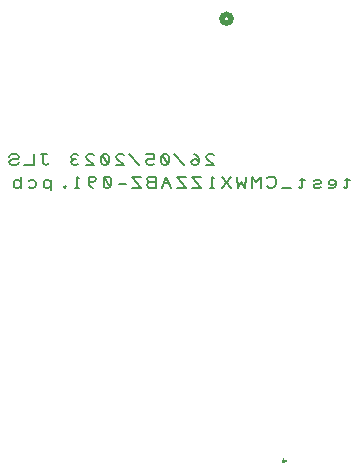
<source format=gbr>
G04 DesignSpark PCB Gerber Version 11.0 Build 5877*
%FSLAX33Y33*%
%MOIN*%
%ADD139C,0.00500*%
%ADD150C,0.01000*%
%ADD151C,0.02000*%
X0Y0D02*
D02*
D139*
X1230Y1485D02*
X1255D01*
X1233Y1507D01*
X1230Y1513D01*
X1233Y1519D01*
X1240Y1522D01*
X1249D01*
X1255Y1519D01*
X1205Y1494D02*
X1202Y1500D01*
X1196Y1504D01*
X1190D01*
X1183Y1500D01*
X1180Y1494D01*
X1183Y1488D01*
X1190Y1485D01*
X1196D01*
X1202Y1488D01*
X1205Y1494D01*
Y1504D01*
X1202Y1513D01*
X1196Y1519D01*
X1190Y1522D01*
X1155Y1485D02*
X1124Y1522D01*
X1102Y1488D02*
X1096Y1485D01*
X1090D01*
X1083Y1488D01*
X1080Y1494D01*
Y1513D01*
X1083Y1519D01*
X1090Y1522D01*
X1096D01*
X1102Y1519D01*
X1105Y1513D01*
Y1494D01*
X1102Y1488D01*
X1083Y1519D01*
X1055Y1488D02*
X1049Y1485D01*
X1040D01*
X1033Y1488D01*
X1030Y1494D01*
Y1497D01*
X1033Y1504D01*
X1040Y1507D01*
X1055D01*
Y1522D01*
X1030D01*
X1005Y1485D02*
X974Y1522D01*
X930Y1485D02*
X955D01*
X933Y1507D01*
X930Y1513D01*
X933Y1519D01*
X940Y1522D01*
X949D01*
X955Y1519D01*
X902Y1488D02*
X896Y1485D01*
X890D01*
X883Y1488D01*
X880Y1494D01*
Y1513D01*
X883Y1519D01*
X890Y1522D01*
X896D01*
X902Y1519D01*
X905Y1513D01*
Y1494D01*
X902Y1488D01*
X883Y1519D01*
X830Y1485D02*
X855D01*
X833Y1507D01*
X830Y1513D01*
X833Y1519D01*
X840Y1522D01*
X849D01*
X855Y1519D01*
X802Y1488D02*
X796Y1485D01*
X790D01*
X783Y1488D01*
X780Y1494D01*
X783Y1500D01*
X790Y1504D01*
X796D01*
X790D02*
X783Y1507D01*
X780Y1513D01*
X783Y1519D01*
X790Y1522D01*
X796D01*
X802Y1519D01*
X705Y1491D02*
X702Y1488D01*
X696Y1485D01*
X690Y1488D01*
X687Y1491D01*
Y1522D01*
X680D01*
X687D02*
X699D01*
X655D02*
Y1485D01*
X624D01*
X605Y1494D02*
X602Y1488D01*
X596Y1485D01*
X583D01*
X577Y1488D01*
X574Y1494D01*
X577Y1500D01*
X583Y1504D01*
X596D01*
X602Y1507D01*
X605Y1513D01*
X602Y1519D01*
X596Y1522D01*
X583D01*
X577Y1519D01*
X574Y1513D01*
X1708Y1435D02*
X1693D01*
X1701Y1441D02*
Y1413D01*
X1697Y1410D01*
X1694D01*
X1691Y1413D01*
X1638D02*
X1641Y1410D01*
X1647D01*
X1654D01*
X1660Y1413D01*
X1663Y1419D01*
Y1429D01*
X1660Y1432D01*
X1654Y1435D01*
X1647D01*
X1641Y1432D01*
X1638Y1429D01*
Y1426D01*
X1641Y1422D01*
X1647Y1419D01*
X1654D01*
X1660Y1422D01*
X1663Y1426D01*
X1613Y1413D02*
X1607Y1410D01*
X1594D01*
X1588Y1413D01*
Y1419D01*
X1594Y1422D01*
X1607D01*
X1613Y1426D01*
Y1432D01*
X1607Y1435D01*
X1594D01*
X1588Y1432D01*
X1558Y1435D02*
X1543D01*
X1551Y1441D02*
Y1413D01*
X1547Y1410D01*
X1544D01*
X1541Y1413D01*
X1513Y1410D02*
X1482D01*
X1432Y1416D02*
X1435Y1413D01*
X1441Y1410D01*
X1451D01*
X1457Y1413D01*
X1460Y1416D01*
X1463Y1422D01*
Y1435D01*
X1460Y1441D01*
X1457Y1444D01*
X1451Y1447D01*
X1441D01*
X1435Y1444D01*
X1432Y1441D01*
X1413Y1410D02*
Y1447D01*
X1397Y1429D01*
X1382Y1447D01*
Y1410D01*
X1363Y1447D02*
X1360Y1410D01*
X1347Y1429D01*
X1335Y1410D01*
X1332Y1447D01*
X1313Y1410D02*
X1282Y1447D01*
X1313D02*
X1282Y1410D01*
X1257D02*
X1244D01*
X1251D02*
Y1447D01*
X1257Y1441D01*
X1213Y1447D02*
X1182D01*
X1213Y1410D01*
X1182D01*
X1163Y1447D02*
X1132D01*
X1163Y1410D01*
X1132D01*
X1113D02*
X1097Y1447D01*
X1082Y1410D01*
X1107Y1426D02*
X1088D01*
X1041Y1429D02*
X1035Y1426D01*
X1032Y1419D01*
X1035Y1413D01*
X1041Y1410D01*
X1063D01*
Y1447D01*
X1041D01*
X1035Y1444D01*
X1032Y1438D01*
X1035Y1432D01*
X1041Y1429D01*
X1063D01*
X1013Y1447D02*
X982D01*
X1013Y1410D01*
X982D01*
X963Y1422D02*
X938D01*
X910Y1413D02*
X904Y1410D01*
X897D01*
X891Y1413D01*
X888Y1419D01*
Y1438D01*
X891Y1444D01*
X897Y1447D01*
X904D01*
X910Y1444D01*
X913Y1438D01*
Y1419D01*
X910Y1413D01*
X891Y1444D01*
X854Y1410D02*
X847Y1413D01*
X841Y1419D01*
X838Y1429D01*
Y1438D01*
X841Y1444D01*
X847Y1447D01*
X854D01*
X860Y1444D01*
X863Y1438D01*
X860Y1432D01*
X854Y1429D01*
X847D01*
X841Y1432D01*
X838Y1438D01*
X807Y1410D02*
X794D01*
X801D02*
Y1447D01*
X807Y1441D01*
X760Y1410D02*
X757Y1413D01*
X760Y1416D01*
X763Y1413D01*
X760Y1410D01*
X713Y1435D02*
Y1401D01*
Y1419D02*
X710Y1413D01*
X704Y1410D01*
X697D01*
X691Y1413D01*
X688Y1419D01*
Y1426D01*
X691Y1432D01*
X697Y1435D01*
X704D01*
X710Y1432D01*
X713Y1426D01*
Y1419D01*
X638Y1432D02*
X644Y1435D01*
X654D01*
X660Y1432D01*
X663Y1426D01*
Y1419D01*
X660Y1413D01*
X654Y1410D01*
X644D01*
X638Y1413D01*
X613Y1419D02*
X610Y1413D01*
X604Y1410D01*
X597D01*
X591Y1413D01*
X588Y1419D01*
Y1426D01*
X591Y1432D01*
X597Y1435D01*
X604D01*
X610Y1432D01*
X613Y1426D01*
Y1410D02*
Y1447D01*
D02*
D150*
X1494Y499D02*
G75*
G03*
X1486I-4J0D01*
G01*
G75*
G03*
X1494I4J0D01*
G01*
D02*
D151*
X1298Y1958D02*
G75*
G03*
Y1988I0J15D01*
G01*
G75*
G03*
Y1958I0J-15D01*
G01*
X0Y0D02*
M02*

</source>
